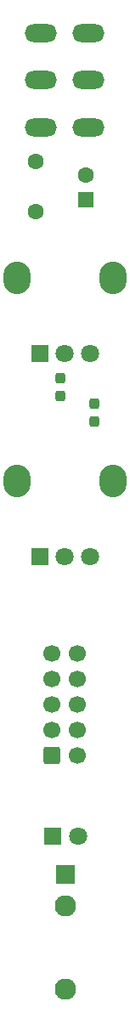
<source format=gbr>
%TF.GenerationSoftware,KiCad,Pcbnew,6.0.11+dfsg-1~bpo11+1*%
%TF.CreationDate,2023-03-01T11:09:29+08:00*%
%TF.ProjectId,MiniLFO v1.0 - Main,4d696e69-4c46-44f2-9076-312e30202d20,rev?*%
%TF.SameCoordinates,Original*%
%TF.FileFunction,Soldermask,Top*%
%TF.FilePolarity,Negative*%
%FSLAX46Y46*%
G04 Gerber Fmt 4.6, Leading zero omitted, Abs format (unit mm)*
G04 Created by KiCad (PCBNEW 6.0.11+dfsg-1~bpo11+1) date 2023-03-01 11:09:29*
%MOMM*%
%LPD*%
G01*
G04 APERTURE LIST*
G04 Aperture macros list*
%AMRoundRect*
0 Rectangle with rounded corners*
0 $1 Rounding radius*
0 $2 $3 $4 $5 $6 $7 $8 $9 X,Y pos of 4 corners*
0 Add a 4 corners polygon primitive as box body*
4,1,4,$2,$3,$4,$5,$6,$7,$8,$9,$2,$3,0*
0 Add four circle primitives for the rounded corners*
1,1,$1+$1,$2,$3*
1,1,$1+$1,$4,$5*
1,1,$1+$1,$6,$7*
1,1,$1+$1,$8,$9*
0 Add four rect primitives between the rounded corners*
20,1,$1+$1,$2,$3,$4,$5,0*
20,1,$1+$1,$4,$5,$6,$7,0*
20,1,$1+$1,$6,$7,$8,$9,0*
20,1,$1+$1,$8,$9,$2,$3,0*%
G04 Aperture macros list end*
%ADD10O,2.720000X3.240000*%
%ADD11R,1.800000X1.800000*%
%ADD12C,1.800000*%
%ADD13R,1.930000X1.830000*%
%ADD14C,2.130000*%
%ADD15O,3.200000X1.800000*%
%ADD16RoundRect,0.237500X0.237500X-0.300000X0.237500X0.300000X-0.237500X0.300000X-0.237500X-0.300000X0*%
%ADD17RoundRect,0.237500X-0.237500X0.300000X-0.237500X-0.300000X0.237500X-0.300000X0.237500X0.300000X0*%
%ADD18R,1.600000X1.600000*%
%ADD19C,1.600000*%
%ADD20RoundRect,0.250000X-0.600000X-0.600000X0.600000X-0.600000X0.600000X0.600000X-0.600000X0.600000X0*%
%ADD21C,1.700000*%
G04 APERTURE END LIST*
D10*
%TO.C,TIME1*%
X160400000Y-111000000D03*
X170000000Y-111000000D03*
D11*
X162700000Y-118500000D03*
D12*
X165200000Y-118500000D03*
X167700000Y-118500000D03*
%TD*%
D10*
%TO.C,RANGE1*%
X160400000Y-90750000D03*
X170000000Y-90750000D03*
D11*
X162700000Y-98250000D03*
D12*
X165200000Y-98250000D03*
X167700000Y-98250000D03*
%TD*%
D13*
%TO.C,TRI_OUT1*%
X165220000Y-150190000D03*
D14*
X165220000Y-161590000D03*
X165220000Y-153290000D03*
%TD*%
D15*
%TO.C,RANGE_SW1*%
X162773000Y-66340000D03*
X162773000Y-71040000D03*
X162773000Y-75740000D03*
X167573000Y-66340000D03*
X167573000Y-71040000D03*
X167573000Y-75740000D03*
%TD*%
D16*
%TO.C,C5*%
X164720000Y-102502500D03*
X164720000Y-100777500D03*
%TD*%
D17*
%TO.C,C4*%
X168130000Y-103297500D03*
X168130000Y-105022500D03*
%TD*%
D11*
%TO.C,D1*%
X163943000Y-146390000D03*
D12*
X166483000Y-146390000D03*
%TD*%
D18*
%TO.C,C1*%
X167273000Y-82993113D03*
D19*
X167273000Y-80493113D03*
%TD*%
%TO.C,C2*%
X162270000Y-84140000D03*
X162270000Y-79140000D03*
%TD*%
D20*
%TO.C,J1*%
X163930000Y-138330000D03*
D21*
X166470000Y-138330000D03*
X163930000Y-135790000D03*
X166470000Y-135790000D03*
X163930000Y-133250000D03*
X166470000Y-133250000D03*
X163930000Y-130710000D03*
X166470000Y-130710000D03*
X163930000Y-128170000D03*
X166470000Y-128170000D03*
%TD*%
M02*

</source>
